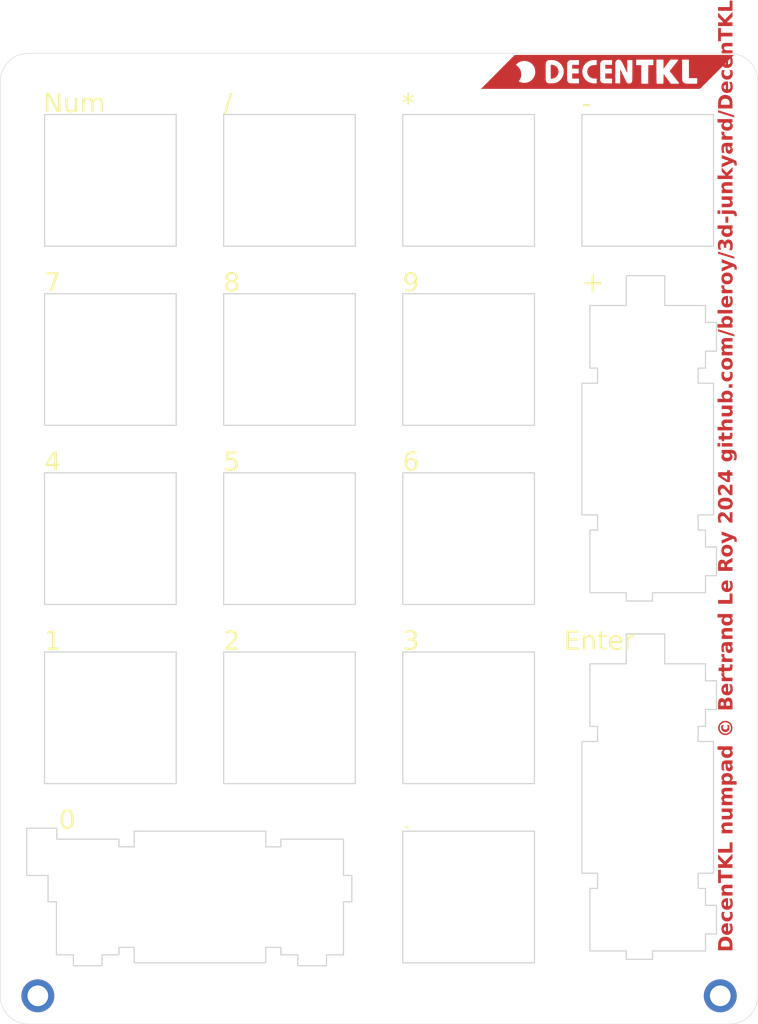
<source format=kicad_pcb>
(kicad_pcb (version 20240108) (generator "pcbnew") (generator_version "8.0")
  (layers (0 "F.Cu" signal) (31 "B.Cu" signal) (34 "B.Paste" user) (35 "F.Paste" user) (36 "B.SilkS" user "B.Silkscreen") (37 "F.SilkS" user "F.Silkscreen") (38 "B.Mask" user) (39 "F.Mask" user) (44 "Edge.Cuts" user))
  (net 0 "")
  (footprint "DecenTKL:MX-1-00U-Hole" (layer "F.Cu") (at 60.4345 107.99)
    (property "Reference" "SW9" (hide yes))
    (property "Value" "SW_Push" (hide yes))
    (fp_line (start -7 -7) (end -7 7) (stroke (width 0.12)) (layer "Edge.Cuts"))
    (fp_line (start -7 -7) (end 7 -7) (stroke (width 0.12)) (layer "Edge.Cuts"))
    (fp_line (start -7 7) (end 7 7) (stroke (width 0.12)) (layer "Edge.Cuts"))
    (fp_line (start 7 -7) (end 7 7) (stroke (width 0.12)) (layer "Edge.Cuts"))
  )
  (footprint "DecenTKL:MX-1-00U-Hole" (layer "F.Cu") (at 79.4845 127.04)
    (property "Reference" "SW12" (hide yes))
    (property "Value" "SW_Push" (hide yes))
    (fp_line (start -7 -7) (end -7 7) (stroke (width 0.12)) (layer "Edge.Cuts"))
    (fp_line (start -7 -7) (end 7 -7) (stroke (width 0.12)) (layer "Edge.Cuts"))
    (fp_line (start -7 7) (end 7 7) (stroke (width 0.12)) (layer "Edge.Cuts"))
    (fp_line (start 7 -7) (end 7 7) (stroke (width 0.12)) (layer "Edge.Cuts"))
  )
  (footprint "DecenTKL:MX-1-00U-Hole" (layer "F.Cu") (at 98.5345 107.99)
    (property "Reference" "SW11" (hide yes))
    (property "Value" "SW_Push" (hide yes))
    (fp_line (start -7 -7) (end -7 7) (stroke (width 0.12)) (layer "Edge.Cuts"))
    (fp_line (start -7 -7) (end 7 -7) (stroke (width 0.12)) (layer "Edge.Cuts"))
    (fp_line (start -7 7) (end 7 7) (stroke (width 0.12)) (layer "Edge.Cuts"))
    (fp_line (start 7 -7) (end 7 7) (stroke (width 0.12)) (layer "Edge.Cuts"))
  )
  (footprint "DecenTKL:MX-1-00U-Hole" (layer "F.Cu") (at 98.5345 88.94)
    (property "Reference" "SW6" (hide yes))
    (property "Value" "SW_Push" (hide yes))
    (fp_line (start -7 -7) (end -7 7) (stroke (width 0.12)) (layer "Edge.Cuts"))
    (fp_line (start -7 -7) (end 7 -7) (stroke (width 0.12)) (layer "Edge.Cuts"))
    (fp_line (start -7 7) (end 7 7) (stroke (width 0.12)) (layer "Edge.Cuts"))
    (fp_line (start 7 -7) (end 7 7) (stroke (width 0.12)) (layer "Edge.Cuts"))
  )
  (footprint "DecenTKL:MX-1-00U-Hole" (layer "F.Cu") (at 117.5845 88.94)
    (property "Reference" "SW7" (hide yes))
    (property "Value" "SW_Push" (hide yes))
    (fp_line (start -7 -7) (end -7 7) (stroke (width 0.12)) (layer "Edge.Cuts"))
    (fp_line (start -7 -7) (end 7 -7) (stroke (width 0.12)) (layer "Edge.Cuts"))
    (fp_line (start -7 7) (end 7 7) (stroke (width 0.12)) (layer "Edge.Cuts"))
    (fp_line (start 7 -7) (end 7 7) (stroke (width 0.12)) (layer "Edge.Cuts"))
  )
  (footprint "DecenTKL:MX-1-00U-Hole" (layer "F.Cu") (at 98.5345 165.14)
    (property "Reference" "SW20" (hide yes))
    (property "Value" "SW_Push" (hide yes))
    (fp_line (start -7 -7) (end -7 7) (stroke (width 0.12)) (layer "Edge.Cuts"))
    (fp_line (start -7 -7) (end 7 -7) (stroke (width 0.12)) (layer "Edge.Cuts"))
    (fp_line (start -7 7) (end 7 7) (stroke (width 0.12)) (layer "Edge.Cuts"))
    (fp_line (start 7 -7) (end 7 7) (stroke (width 0.12)) (layer "Edge.Cuts"))
  )
  (footprint "DecenTKL:MX-1-00U-Hole" (layer "F.Cu") (at 60.4345 146.09)
    (property "Reference" "SW18" (hide yes))
    (property "Value" "SW_Push" (hide yes))
    (fp_line (start -7 -7) (end -7 7) (stroke (width 0.12)) (layer "Edge.Cuts"))
    (fp_line (start -7 -7) (end 7 -7) (stroke (width 0.12)) (layer "Edge.Cuts"))
    (fp_line (start -7 7) (end 7 7) (stroke (width 0.12)) (layer "Edge.Cuts"))
    (fp_line (start 7 -7) (end 7 7) (stroke (width 0.12)) (layer "Edge.Cuts"))
  )
  (footprint "DecenTKL:MX-1-00U-Hole" (layer "F.Cu") (at 60.4345 88.94)
    (property "Reference" "SW4" (hide yes))
    (property "Value" "SW_Push" (hide yes))
    (fp_line (start -7 -7) (end -7 7) (stroke (width 0.12)) (layer "Edge.Cuts"))
    (fp_line (start -7 -7) (end 7 -7) (stroke (width 0.12)) (layer "Edge.Cuts"))
    (fp_line (start -7 7) (end 7 7) (stroke (width 0.12)) (layer "Edge.Cuts"))
    (fp_line (start 7 -7) (end 7 7) (stroke (width 0.12)) (layer "Edge.Cuts"))
  )
  (footprint "DecenTKL:MX-1-00U-Hole" (layer "F.Cu") (at 79.4845 107.99)
    (property "Reference" "SW10" (hide yes))
    (property "Value" "SW_Push" (hide yes))
    (fp_line (start -7 -7) (end -7 7) (stroke (width 0.12)) (layer "Edge.Cuts"))
    (fp_line (start -7 -7) (end 7 -7) (stroke (width 0.12)) (layer "Edge.Cuts"))
    (fp_line (start -7 7) (end 7 7) (stroke (width 0.12)) (layer "Edge.Cuts"))
    (fp_line (start 7 -7) (end 7 7) (stroke (width 0.12)) (layer "Edge.Cuts"))
  )
  (footprint "DecenTKL:MX-1-00U-Hole" (layer "F.Cu") (at 98.5345 127.04)
    (property "Reference" "SW13" (hide yes))
    (property "Value" "SW_Push" (hide yes))
    (fp_line (start -7 -7) (end -7 7) (stroke (width 0.12)) (layer "Edge.Cuts"))
    (fp_line (start -7 -7) (end 7 -7) (stroke (width 0.12)) (layer "Edge.Cuts"))
    (fp_line (start -7 7) (end 7 7) (stroke (width 0.12)) (layer "Edge.Cuts"))
    (fp_line (start 7 -7) (end 7 7) (stroke (width 0.12)) (layer "Edge.Cuts"))
  )
  (footprint "DecenTKL:MX-1-00U-Hole" (layer "F.Cu") (at 60.4345 127.04)
    (property "Reference" "SW15" (hide yes))
    (property "Value" "SW_Push" (hide yes))
    (fp_line (start -7 -7) (end -7 7) (stroke (width 0.12)) (layer "Edge.Cuts"))
    (fp_line (start -7 -7) (end 7 -7) (stroke (width 0.12)) (layer "Edge.Cuts"))
    (fp_line (start -7 7) (end 7 7) (stroke (width 0.12)) (layer "Edge.Cuts"))
    (fp_line (start 7 -7) (end 7 7) (stroke (width 0.12)) (layer "Edge.Cuts"))
  )
  (footprint "MountingHole:MountingHole_2.2mm_M2_ISO7380_Pad" (layer "F.Cu") (at 52.7187 175.65)
    (property "Reference" "REF**" (hide yes))
    (property "Value" "MountingHole_2.2mm_M2_ISO7380_Pad" (hide yes))
    (pad "1" thru_hole circle (at 0 0) (size 3.5 3.5) (drill 2.2) (layers "*.Cu" "*.Mask"))
  )
  (footprint "DecenTKL:MX-1-00U-Hole" (layer "F.Cu") (at 79.4845 146.09)
    (property "Reference" "SW14" (hide yes))
    (property "Value" "SW_Push" (hide yes))
    (fp_line (start -7 -7) (end -7 7) (stroke (width 0.12)) (layer "Edge.Cuts"))
    (fp_line (start -7 -7) (end 7 -7) (stroke (width 0.12)) (layer "Edge.Cuts"))
    (fp_line (start -7 7) (end 7 7) (stroke (width 0.12)) (layer "Edge.Cuts"))
    (fp_line (start 7 -7) (end 7 7) (stroke (width 0.12)) (layer "Edge.Cuts"))
  )
  (footprint "DecenTKL:MX-1-00U-Hole" (layer "F.Cu") (at 79.4845 88.94)
    (property "Reference" "SW5" (hide yes))
    (property "Value" "SW_Push" (hide yes))
    (fp_line (start -7 -7) (end -7 7) (stroke (width 0.12)) (layer "Edge.Cuts"))
    (fp_line (start -7 -7) (end 7 -7) (stroke (width 0.12)) (layer "Edge.Cuts"))
    (fp_line (start -7 7) (end 7 7) (stroke (width 0.12)) (layer "Edge.Cuts"))
    (fp_line (start 7 -7) (end 7 7) (stroke (width 0.12)) (layer "Edge.Cuts"))
  )
  (footprint "LOGO" (layer "F.Cu") (at 113.3 77.4)
    (property "Reference" "G***" (hide yes))
    (property "Value" "LOGO" (hide yes))
    (fp_poly (pts (xy -5.89673 -0.753052) (xy -5.748617 -0.728195) (xy -5.61124 -0.673977) (xy -5.487922 -0.594462) (xy -5.381985 -0.493714) (xy -5.296755 -0.375797) (xy -5.235553 -0.244776) (xy -5.201704 -0.104715) (xy -5.198531 0.04032) (xy -5.205432 0.092363) (xy -5.24506 0.229067) (xy -5.312507 0.361788) (xy -5.402019 0.482604) (xy -5.507843 0.583593) (xy -5.610441 0.650051) (xy -5.682603 0.680278) (xy -5.76671 0.70552) (xy -5.852884 0.723881) (xy -5.931244 0.733462) (xy -5.991912 0.732364) (xy -6.012432 0.727257) (xy -6.018064 0.717488) (xy -6.02272 0.691429) (xy -6.026476 0.646508) (xy -6.029407 0.580157) (xy -6.031589 0.489804) (xy -6.033098 0.37288) (xy -6.034009 0.226813) (xy -6.034396 0.049036) (xy -6.034424 -0.021319) (xy -6.034424 -0.761023)) (fill solid) (layer "F.Cu"))
    (fp_poly (pts (xy 11.646614 0.008796) (xy 9.843388 1.812086) (xy -1.803186 1.812086) (xy -13.449761 1.812086) (xy -12.631762 0.989609) (xy -12.474939 0.831942) (xy -12.29798 0.654054) (xy -12.105577 0.46066) (xy -11.902419 0.256475) (xy -11.693199 0.046211) (xy -11.482605 -0.165416) (xy -11.27533 -0.373693) (xy -11.076064 -0.573907) (xy -10.934847 -0.715781) (xy -9.726217 -0.715781) (xy -9.710668 -0.703894) (xy -9.706656 -0.703722) (xy -9.67688 -0.691396) (xy -9.630082 -0.658) (xy -9.572448 -0.608911) (xy -9.510163 -0.549507) (xy -9.449414 -0.485164) (xy -9.4313 -0.4644) (xy -9.322502 -0.310904) (xy -9.242297 -0.141977) (xy -9.190905 0.037544) (xy -9.168548 0.222827) (xy -9.175445 0.409033) (xy -9.211816 0.591326) (xy -9.277881 0.76487) (xy -9.368435 0.91735) (xy -9.401034 0.963668) (xy -9.423316 0.997132) (xy -9.429887 1.009036) (xy -9.414549 1.021693) (xy -9.37383 1.04243) (xy -9.315672 1.068026) (xy -9.248016 1.095262) (xy -9.178802 1.120918) (xy -9.115972 1.141772) (xy -9.0747 1.153054) (xy -8.97872 1.166894) (xy -8.862242 1.171648) (xy -8.738628 1.167778) (xy -8.621244 1.155752) (xy -8.523456 1.136032) (xy -8.515047 1.133588) (xy -8.325193 1.058521) (xy -8.154115 0.954292) (xy -8.003944 0.822745) (xy -7.876809 0.665717) (xy -7.782241 0.500783) (xy -7.715231 0.321939) (xy -7.679775 0.136088) (xy -7.675392 -0.029519) (xy -6.571013 -0.029519) (xy -6.571012 0.008796) (xy -6.57099 0.211472) (xy -6.570844 0.382028) (xy -6.570449 0.523526) (xy -6.569687 0.639035) (xy -6.568434 0.731617) (xy -6.566569 0.804339) (xy -6.56397 0.860264) (xy -6.560515 0.902459) (xy -6.556083 0.933988) (xy -6.550551 0.957916) (xy -6.543798 0.97731) (xy -6.535702 0.995232) (xy -6.531472 1.003868) (xy -6.496686 1.063052) (xy -6.455919 1.117098) (xy -6.441092 1.132809) (xy -6.401964 1.166418) (xy -6.360652 1.191473) (xy -6.311532 1.209033) (xy -6.248984 1.220159) (xy -6.167382 1.225906) (xy -6.061104 1.227335) (xy -5.946458 1.225932) (xy -5.830908 1.223324) (xy -5.742925 1.219836) (xy -5.674889 1.214567) (xy -5.61918 1.206616) (xy -5.568177 1.195084) (xy -5.514262 1.179072) (xy -5.49406 1.172496) (xy -5.315193 1.095404) (xy -5.149638 0.988244) (xy -5.001075 0.85479) (xy -4.873182 0.698813) (xy -4.769638 0.524089) (xy -4.702521 0.360657) (xy -4.682247 0.295004) (xy -4.668665 0.236192) (xy -4.660432 0.17385) (xy -4.6562 0.097609) (xy -4.656111 0.091913) (xy -4.293218 0.091913) (xy -4.293123 0.250997) (xy -4.292376 0.403235) (xy -4.290963 0.544423) (xy -4.288865 0.670358) (xy -4.286067 0.776838) (xy -4.28255 0.859659) (xy -4.2783 0.914618) (xy -4.275204 0.933159) (xy -4.237086 1.018705) (xy -4.175128 1.100841) (xy -4.125594 1.146676) (xy -4.091152 1.170368) (xy -4.051856 1.189174) (xy -4.003384 1.203646) (xy -3.941408 1.214336) (xy -3.861604 1.221797) (xy -3.759648 1.22658) (xy -3.631212 1.229238) (xy -3.471973 1.230322) (xy -3.470233 1.230327) (xy -3.026008 1.231514) (xy -3.026008 0.976415) (xy -3.026008 0.721315) (xy -3.386666 0.721315) (xy -3.747324 0.721315) (xy -3.747324 0.448623) (xy -3.747324 0.175929) (xy -3.404259 0.175929) (xy -3.061194 0.175929) (xy -3.061194 -0.079168) (xy -3.061194 -0.121262) (xy -2.669145 -0.121262) (xy -2.66882 0.035185) (xy -2.642433 0.244388) (xy -2.584724 0.441181) (xy -2.497276 0.622699) (xy -2.381678 0.786074) (xy -2.239513 0.928443) (xy -2.128584 1.011719) (xy -1.984815 1.097131) (xy -1.84223 1.15923) (xy -1.692188 1.200469) (xy -1.526047 1.2233) (xy -1.359064 1.230116) (xy -1.143548 1.231514) (xy -1.143548 0.976415) (xy -1.143548 0.721315) (xy -1.315784 0.721315) (xy -1.486346 0.712018) (xy -1.632166 0.682903) (xy -1.758743 0.632136) (xy -1.871577 0.557884) (xy -1.913068 0.522144) (xy -2.01903 0.403113) (xy -2.092859 0.270171) (xy -2.135034 0.122209) (xy -2.146355 -0.017212) (xy -2.132652 -0.172121) (xy -2.090617 -0.307755) (xy -2.018859 -0.427475) (xy -1.941498 -0.511837) (xy -1.910966 -0.53816) (xy -0.772495 -0.53816) (xy -0.77231 -0.40544) (xy -0.771679 -0.244788) (xy -0.7707 -0.053123) (xy -0.770293 0.022241) (xy -0.765298 0.941228) (xy -0.716849 1.023646) (xy -0.682067 1.077852) (xy -0.645278 1.121705) (xy -0.602451 1.156291) (xy -0.549556 1.182699) (xy -0.482563 1.202018) (xy -0.39744 1.215337) (xy -0.290156 1.223744) (xy -0.156681 1.228327) (xy 0.007014 1.230176) (xy 0.04838 1.230327) (xy 0.492605 1.231514) (xy 0.492605 0.976415) (xy 0.492605 0.721315) (xy 0.131948 0.721315) (xy -0.228709 0.721315) (xy -0.228709 0.448623) (xy -0.228709 0.175929) (xy 0.114355 0.175929) (xy 0.45742 0.175929) (xy 0.45742 -0.079168) (xy 0.45742 -0.334268) (xy 0.114355 -0.334268) (xy -0.228709 -0.334268) (xy -0.228709 -0.536588) (xy -0.228709 -0.738908) (xy 0.131948 -0.738908) (xy 0.492605 -0.738908) (xy 0.492605 -0.994008) (xy 0.83567 -0.994008) (xy 0.83567 0.114354) (xy 0.83567 1.222717) (xy 1.094979 1.227585) (xy 1.354288 1.232452) (xy 1.358875 0.481945) (xy 1.363462 -0.268562) (xy 1.669975 0.371519) (xy 1.753601 0.545865) (xy 1.823737 0.691275) (xy 1.881902 0.810633) (xy 1.929612 0.906826) (xy 1.968386 0.982742) (xy 1.999743 1.041267) (xy 2.0252 1.085286) (xy 2.046276 1.117689) (xy 2.064489 1.14136) (xy 2.081358 1.159188) (xy 2.086934 1.164322) (xy 2.175696 1.221212) (xy 2.276003 1.247158) (xy 2.380652 1.24099) (xy 2.441363 1.221878) (xy 2.537433 1.163843) (xy 2.609171 1.080572) (xy 2.61864 1.06438) (xy 2.624561 1.050929) (xy 2.629667 1.031872) (xy 2.634031 1.004592) (xy 2.63773 0.966477) (xy 2.640839 0.914915) (xy 2.643434 0.847292) (xy 2.64559 0.760992) (xy 2.647382 0.653405) (xy 2.648886 0.521917) (xy 2.650177 0.363913) (xy 2.651331 0.176782) (xy 2.652422 -0.042091) (xy 2.652768 -0.118752) (xy 2.656688 -1.002805) (xy 3.052397 -1.002805) (xy 3.052397 -0.712519) (xy 3.320692 -0.707663) (xy 3.588986 -0.702806) (xy 3.588986 0.247916) (xy 3.589338 0.489809) (xy 3.59039 0.698237) (xy 3.592137 0.872928) (xy 3.594574 1.013608) (xy 3.597696 1.120005) (xy 3.601497 1.191848) (xy 3.605973 1.228861) (xy 3.607392 1.233032) (xy 3.615385 1.244665) (xy 3.628309 1.253233) (xy 3.650912 1.259113) (xy 3.687948 1.262683) (xy 3.744166 1.264318) (xy 3.824319 1.264396) (xy 3.933155 1.263291) (xy 3.981244 1.262664) (xy 4.336692 1.257904) (xy 4.341238 0.277548) (xy 4.34578 -0.702088) (xy 5.208015 -0.702088) (xy 5.208181 -0.540751) (xy 5.208656 -0.369011) (xy 5.20942 -0.190328) (xy 5.210447 -0.008165) (xy 5.211717 0.174016) (xy 5.213208 0.352759) (xy 5.214896 0.5246) (xy 5.216761 0.686078) (xy 5.21878 0.833732) (xy 5.22093 0.964102) (xy 5.22319 1.073727) (xy 5.225536 1.159144) (xy 5.227948 1.216896) (xy 5.230402 1.243518) (xy 5.230828 1.244709) (xy 5.245821 1.252787) (xy 5.281374 1.258814) (xy 5.340833 1.262995) (xy 5.427548 1.26553) (xy 5.544866 1.266622) (xy 5.595635 1.2667) (xy 5.70271 1.26649) (xy 5.796972 1.265904) (xy 5.873074 1.265009) (xy 5.925664 1.263871) (xy 5.949392 1.262556) (xy 5.950188 1.262302) (xy 5.951444 1.24429) (xy 5.953179 1.195496) (xy 5.95528 1.12032) (xy 5.957637 1.02316) (xy 5.960138 0.908416) (xy 5.962672 0.780489) (xy 5.963383 0.74226) (xy 5.972848 0.226617) (xy 6.359002 0.746659) (xy 6.745156 1.2667) (xy 7.161731 1.2667) (xy 7.295932 1.266425) (xy 7.399204 1.26542) (xy 7.475795 1.263416) (xy 7.529957 1.260144) (xy 7.565944 1.255334) (xy 7.588005 1.24872) (xy 7.600394 1.240028) (xy 7.601392 1.238882) (xy 7.615589 1.211328) (xy 7.605095 1.180212) (xy 7.601241 1.173852) (xy 7.585635 1.15244) (xy 7.550568 1.106512) (xy 7.498431 1.039132) (xy 7.431612 0.953363) (xy 7.352505 0.852269) (xy 7.263497 0.738916) (xy 7.166979 0.616364) (xy 7.111699 0.546329) (xy 7.01248 0.420723) (xy 6.919716 0.303283) (xy 6.835741 0.196968) (xy 6.762897 0.10474) (xy 6.70352 0.029559) (xy 6.65995 -0.025612) (xy 6.634524 -0.057817) (xy 6.629054 -0.064752) (xy 6.633663 -0.081847) (xy 6.657734 -0.121117) (xy 6.701852 -0.18334) (xy 6.702897 -0.184727) (xy 7.943272 -0.184727) (xy 7.943288 0.040008) (xy 7.943394 0.232284) (xy 7.94368 0.394827) (xy 7.944234 0.530361) (xy 7.945147 0.641614) (xy 7.946505 0.731312) (xy 7.9484 0.802179) (xy 7.95092 0.856944) (xy 7.954153 0.89833) (xy 7.958188 0.929065) (xy 7.963116 0.951876) (xy 7.969025 0.969488) (xy 7.976004 0.984626) (xy 7.98182 0.995673) (xy 8.055318 1.096583) (xy 8.154674 1.17572) (xy 8.276326 1.230612) (xy 8.346272 1.248568) (xy 8.389153 1.253623) (xy 8.458742 1.257762) (xy 8.549945 1.260996) (xy 8.657672 1.26334) (xy 8.77683 1.264805) (xy 8.902328 1.265404) (xy 9.029076 1.265152) (xy 9.15198 1.264059) (xy 9.265948 1.262139) (xy 9.365892 1.259404) (xy 9.446716 1.255868) (xy 9.503332 1.251544) (xy 9.530648 1.246444) (xy 9.531926 1.245588) (xy 9.538995 1.221683) (xy 9.54488 1.170345) (xy 9.549438 1.099315) (xy 9.55252 1.016329) (xy 9.553977 0.929129) (xy 9.553666 0.845452) (xy 9.551437 0.773037) (xy 9.547144 0.719624) (xy 9.54236 0.696364) (xy 9.535352 0.687583) (xy 9.519195 0.680835) (xy 9.48981 0.675863) (xy 9.443117 0.672408) (xy 9.375039 0.670213) (xy 9.281493 0.669018) (xy 9.158403 0.668566) (xy 9.10268 0.668536) (xy 8.67368 0.668536) (xy 8.669134 -0.312276) (xy 8.664588 -1.293091) (xy 8.30393 -1.293091) (xy 7.943272 -1.293091) (xy 7.943272 -0.184727) (xy 6.702897 -0.184727) (xy 6.766598 -0.26929) (xy 6.852557 -0.379745) (xy 6.960311 -0.515481) (xy 7.07174 -0.654121) (xy 7.202716 -0.817296) (xy 7.311007 -0.954257) (xy 7.396924 -1.06542) (xy 7.460779 -1.1512) (xy 7.502886 -1.212014) (xy 7.523557 -1.248276) (xy 7.525903 -1.257904) (xy 7.522968 -1.269065) (xy 7.514823 -1.27765) (xy 7.497232 -1.284061) (xy 7.465965 -1.288704) (xy 7.416788 -1.29198) (xy 7.345468 -1.294295) (xy 7.24777 -1.296051) (xy 7.119464 -1.297652) (xy 7.107601 -1.297788) (xy 6.694164 -1.302484) (xy 6.329108 -0.815292) (xy 5.964051 -0.328101) (xy 5.964051 -0.787165) (xy 5.963655 -0.911941) (xy 5.962538 -1.025962) (xy 5.96081 -1.124237) (xy 5.958582 -1.201776) (xy 5.955961 -1.253588) (xy 5.953372 -1.274058) (xy 5.945779 -1.283577) (xy 5.928339 -1.290687) (xy 5.89659 -1.295723) (xy 5.846067 -1.299022) (xy 5.772308 -1.30092) (xy 5.67085 -1.301756) (xy 5.584253 -1.301888) (xy 5.225812 -1.301888) (xy 5.214758 -1.257843) (xy 5.212601 -1.231601) (xy 5.210888 -1.174192) (xy 5.209594 -1.089075) (xy 5.2087 -0.979711) (xy 5.20818 -0.849561) (xy 5.208015 -0.702088) (xy 4.34578 -0.702088) (xy 4.345784 -0.702808) (xy 4.61393 -0.707664) (xy 4.882077 -0.712519) (xy 4.882077 -1.002805) (xy 4.882077 -1.293091) (xy 3.967238 -1.293091) (xy 3.052397 -1.293091) (xy 3.052397 -1.002805) (xy 2.656688 -1.002805) (xy 2.657781 -1.249108) (xy 2.384679 -1.249108) (xy 2.111577 -1.249108) (xy 2.106974 -0.563705) (xy 2.102372 0.121696) (xy 1.820883 -0.470167) (xy 1.75523 -0.6073) (xy 1.69242 -0.73678) (xy 1.634473 -0.854568) (xy 1.583408 -0.956629) (xy 1.541243 -1.038927) (xy 1.51 -1.097424) (xy 1.491754 -1.128004) (xy 1.420755 -1.202412) (xy 1.333587 -1.257132) (xy 1.238944 -1.288745) (xy 1.145523 -1.293828) (xy 1.096315 -1.283595) (xy 1.005074 -1.242654) (xy 0.937387 -1.183292) (xy 0.884288 -1.097517) (xy 0.881865 -1.092413) (xy 0.83567 -0.994008) (xy 0.492605 -0.994008) (xy 0.492605 -1.249108) (xy 0.025824 -1.249108) (xy -0.125916 -1.248669) (xy -0.246285 -1.247235) (xy -0.339091 -1.244626) (xy -0.408139 -1.240664) (xy -0.457234 -1.23517) (xy -0.490183 -1.227965) (xy -0.500024 -1.224428) (xy -0.583017 -1.174777) (xy -0.66054 -1.101962) (xy -0.721184 -1.017501) (xy -0.737402 -0.984813) (xy -0.745777 -0.96464) (xy -0.752798 -0.9443) (xy -0.758566 -0.92071) (xy -0.763181 -0.890785) (xy -0.766744 -0.85144) (xy -0.769356 -0.799591) (xy -0.771119 -0.732151) (xy -0.772131 -0.646036) (xy -0.772495 -0.53816) (xy -1.910966 -0.53816) (xy -1.857657 -0.584121) (xy -1.778375 -0.637353) (xy -1.695327 -0.674628) (xy -1.600184 -0.69904) (xy -1.48462 -0.713682) (xy -1.381056 -0.720046) (xy -1.152345 -0.730112) (xy -1.147477 -0.98961) (xy -1.142608 -1.249108) (xy -1.353046 -1.249108) (xy -1.459442 -1.24651) (xy -1.56423 -1.23942) (xy -1.654054 -1.228891) (xy -1.689832 -1.222529) (xy -1.892471 -1.163073) (xy -2.07706 -1.074552) (xy -2.241431 -0.958618) (xy -2.383412 -0.816928) (xy -2.500835 -0.651131) (xy -2.543763 -0.571775) (xy -2.609611 -0.419359) (xy -2.650531 -0.273427) (xy -2.669145 -0.121262) (xy -3.061194 -0.121262) (xy -3.061194 -0.334268) (xy -3.404259 -0.334268) (xy -3.747324 -0.334268) (xy -3.747324 -0.536588) (xy -3.747324 -0.738908) (xy -3.386666 -0.738908) (xy -3.026008 -0.738908) (xy -3.026008 -0.995028) (xy -3.026008 -1.251146) (xy -3.514216 -1.245728) (xy -4.002424 -1.240311) (xy -4.075792 -1.192595) (xy -4.16782 -1.114644) (xy -4.238702 -1.017689) (xy -4.267608 -0.95446) (xy -4.272604 -0.922888) (xy -4.277101 -0.860336) (xy -4.281084 -0.771008) (xy -4.284535 -0.659104) (xy -4.287436 -0.528832) (xy -4.289772 -0.38439) (xy -4.291526 -0.229983) (xy -4.292681 -0.069814) (xy -4.293218 0.091913) (xy -4.656111 0.091913) (xy -4.654624 -0.002902) (xy -4.654592 -0.008796) (xy -4.654811 -0.10818) (xy -4.657613 -0.182927) (xy -4.664363 -0.243564) (xy -4.676424 -0.300619) (xy -4.69516 -0.36462) (xy -4.704426 -0.39329) (xy -4.783756 -0.579936) (xy -4.892857 -0.750912) (xy -5.028346 -0.902333) (xy -5.186839 -1.030316) (xy -5.334082 -1.116276) (xy -5.444762 -1.166411) (xy -5.549464 -1.202816) (xy -5.657355 -1.22734) (xy -5.777603 -1.241833) (xy -5.919375 -1.248142) (xy -5.991385 -1.248803) (xy -6.091244 -1.248499) (xy -6.163596 -1.246617) (xy -6.216112 -1.242138) (xy -6.256466 -1.234038) (xy -6.292332 -1.221296) (xy -6.329668 -1.203743) (xy -6.391422 -1.165652) (xy -6.447847 -1.118874) (xy -6.470728 -1.093785) (xy -6.492295 -1.065843) (xy -6.510526 -1.040208) (xy -6.525701 -1.013801) (xy -6.5381 -0.98354) (xy -6.548004 -0.946345) (xy -6.555692 -0.899136) (xy -6.561446 -0.838832) (xy -6.565544 -0.762353) (xy -6.568267 -0.666619) (xy -6.569895 -0.548549) (xy -6.570708 -0.405062) (xy -6.570988 -0.233079) (xy -6.571013 -0.029519) (xy -7.675392 -0.029519) (xy -7.674789 -0.052277) (xy -7.699189 -0.238666) (xy -7.751891 -0.418588) (xy -7.831809 -0.587548) (xy -7.93786 -0.741056) (xy -8.068959 -0.874619) (xy -8.125052 -0.91916) (xy -8.300216 -1.028211) (xy -8.484921 -1.105071) (xy -8.675801 -1.149448) (xy -8.869488 -1.161052) (xy -9.062612 -1.139591) (xy -9.251809 -1.084772) (xy -9.377606 -1.027712) (xy -9.44876 -0.98588) (xy -9.519382 -0.936654) (xy -9.585522 -0.883924) (xy -9.643226 -0.83158) (xy -9.688544 -0.783516) (xy -9.717526 -0.743619) (xy -9.726217 -0.715781) (xy -10.934847 -0.715781) (xy -10.889497 -0.761342) (xy -10.837398 -0.81368) (xy -9.861035 -1.794492) (xy 1.794402 -1.794492) (xy 13.44984 -1.794492)) (fill solid) (layer "F.Cu"))
  )
  (footprint "DecenTKL:MX-2-00U-Hole" (layer "F.Cu") (at 69.9595 165.14)
    (property "Reference" "SW19" (hide yes))
    (property "Value" "SW_Push" (hide yes))
    (fp_line (start -18.425 -7.31) (end -15.225 -7.31) (stroke (width 0.12)) (layer "Edge.Cuts"))
    (fp_line (start -18.425 -2.286) (end -18.425 -7.31) (stroke (width 0.12)) (layer "Edge.Cuts"))
    (fp_line (start -16.1544 -2.286) (end -18.425 -2.286) (stroke (width 0.12)) (layer "Edge.Cuts"))
    (fp_line (start -16.1544 -2.286) (end -16.1544 0.508) (stroke (width 0.12)) (layer "Edge.Cuts"))
    (fp_line (start -15.268 0.508) (end -16.1544 0.508) (stroke (width 0.12)) (layer "Edge.Cuts"))
    (fp_line (start -15.268 0.508) (end -15.268 6.1468) (stroke (width 0.12)) (layer "Edge.Cuts"))
    (fp_line (start -15.225 -7.31) (end -15.225 -6.1468) (stroke (width 0.12)) (layer "Edge.Cuts"))
    (fp_line (start -13.462 6.1468) (end -15.268 6.1468) (stroke (width 0.12)) (layer "Edge.Cuts"))
    (fp_line (start -13.462 6.1468) (end -13.462 7.3152) (stroke (width 0.12)) (layer "Edge.Cuts"))
    (fp_line (start -10.414 6.1468) (end -10.414 7.3152) (stroke (width 0.12)) (layer "Edge.Cuts"))
    (fp_line (start -10.414 7.3152) (end -13.462 7.3152) (stroke (width 0.12)) (layer "Edge.Cuts"))
    (fp_line (start -8.6132 -6.1468) (end -15.225 -6.1468) (stroke (width 0.12)) (layer "Edge.Cuts"))
    (fp_line (start -8.6132 -6.1468) (end -8.6132 -5.334) (stroke (width 0.12)) (layer "Edge.Cuts"))
    (fp_line (start -8.6132 -5.334) (end -7 -5.334) (stroke (width 0.12)) (layer "Edge.Cuts"))
    (fp_line (start -8.6132 5.3594) (end -7 5.3594) (stroke (width 0.12)) (layer "Edge.Cuts"))
    (fp_line (start -8.6132 6.1468) (end -10.414 6.1468) (stroke (width 0.12)) (layer "Edge.Cuts"))
    (fp_line (start -8.6132 6.1468) (end -8.6132 5.3594) (stroke (width 0.12)) (layer "Edge.Cuts"))
    (fp_line (start -7 -7) (end -7 -5.334) (stroke (width 0.12)) (layer "Edge.Cuts"))
    (fp_line (start -7 -7) (end 7 -7) (stroke (width 0.12)) (layer "Edge.Cuts"))
    (fp_line (start -7 7) (end -7 5.3594) (stroke (width 0.12)) (layer "Edge.Cuts"))
    (fp_line (start -7 7) (end 7 7) (stroke (width 0.12)) (layer "Edge.Cuts"))
    (fp_line (start 7 -7) (end 7 -5.334) (stroke (width 0.12)) (layer "Edge.Cuts"))
    (fp_line (start 7 7) (end 7 5.3594) (stroke (width 0.12)) (layer "Edge.Cuts"))
    (fp_line (start 8.6132 -6.1468) (end 8.6132 -5.334) (stroke (width 0.12)) (layer "Edge.Cuts"))
    (fp_line (start 8.6132 -6.1468) (end 15.268 -6.1468) (stroke (width 0.12)) (layer "Edge.Cuts"))
    (fp_line (start 8.6132 -5.334) (end 7 -5.334) (stroke (width 0.12)) (layer "Edge.Cuts"))
    (fp_line (start 8.6132 5.3594) (end 7 5.3594) (stroke (width 0.12)) (layer "Edge.Cuts"))
    (fp_line (start 8.6132 6.1468) (end 8.6132 5.3594) (stroke (width 0.12)) (layer "Edge.Cuts"))
    (fp_line (start 8.6132 6.1468) (end 10.414 6.1468) (stroke (width 0.12)) (layer "Edge.Cuts"))
    (fp_line (start 10.414 6.1468) (end 10.414 7.3152) (stroke (width 0.12)) (layer "Edge.Cuts"))
    (fp_line (start 10.414 7.3152) (end 13.462 7.3152) (stroke (width 0.12)) (layer "Edge.Cuts"))
    (fp_line (start 13.462 6.1468) (end 13.462 7.3152) (stroke (width 0.12)) (layer "Edge.Cuts"))
    (fp_line (start 13.462 6.1468) (end 15.268 6.1468) (stroke (width 0.12)) (layer "Edge.Cuts"))
    (fp_line (start 15.268 -6.1468) (end 15.268 -2.286) (stroke (width 0.12)) (layer "Edge.Cuts"))
    (fp_line (start 15.268 -2.286) (end 16.1544 -2.286) (stroke (width 0.12)) (layer "Edge.Cuts"))
    (fp_line (start 15.268 0.508) (end 15.268 6.1468) (stroke (width 0.12)) (layer "Edge.Cuts"))
    (fp_line (start 15.268 0.508) (end 16.1544 0.508) (stroke (width 0.12)) (layer "Edge.Cuts"))
    (fp_line (start 16.1544 -2.286) (end 16.1544 0.508) (stroke (width 0.12)) (layer "Edge.Cuts"))
  )
  (footprint "DecenTKL:MX-2-00U-Hole-V" (layer "F.Cu") (at 117.5845 155.615001)
    (property "Reference" "SW17" (hide yes))
    (property "Value" "SW_Push" (hide yes))
    (fp_line (start -7 -7) (end -5.334 -7) (stroke (width 0.12)) (layer "Edge.Cuts"))
    (fp_line (start -7 7) (end -7 -7) (stroke (width 0.12)) (layer "Edge.Cuts"))
    (fp_line (start -7 7) (end -5.334 7) (stroke (width 0.12)) (layer "Edge.Cuts"))
    (fp_line (start -6.1468 -15.268) (end -2.286 -15.268) (stroke (width 0.12)) (layer "Edge.Cuts"))
    (fp_line (start -6.1468 -8.6132) (end -6.1468 -15.268) (stroke (width 0.12)) (layer "Edge.Cuts"))
    (fp_line (start -6.1468 -8.6132) (end -5.334 -8.6132) (stroke (width 0.12)) (layer "Edge.Cuts"))
    (fp_line (start -6.1468 8.6132) (end -6.1468 15.268) (stroke (width 0.12)) (layer "Edge.Cuts"))
    (fp_line (start -6.1468 8.6132) (end -5.334 8.6132) (stroke (width 0.12)) (layer "Edge.Cuts"))
    (fp_line (start -6.1468 15.268) (end -2.286 15.268) (stroke (width 0.12)) (layer "Edge.Cuts"))
    (fp_line (start -5.334 -8.6132) (end -5.334 -7) (stroke (width 0.12)) (layer "Edge.Cuts"))
    (fp_line (start -5.334 8.6132) (end -5.334 7) (stroke (width 0.12)) (layer "Edge.Cuts"))
    (fp_line (start -2.286 -18.445) (end 1.806445 -18.445) (stroke (width 0.12)) (layer "Edge.Cuts"))
    (fp_line (start -2.286 -15.268) (end -2.286 -18.445) (stroke (width 0.12)) (layer "Edge.Cuts"))
    (fp_line (start -2.286 15.268) (end -2.286 16.1544) (stroke (width 0.12)) (layer "Edge.Cuts"))
    (fp_line (start -2.286 16.1544) (end 0.508 16.1544) (stroke (width 0.12)) (layer "Edge.Cuts"))
    (fp_line (start 0.508 15.268) (end 0.508 16.1544) (stroke (width 0.12)) (layer "Edge.Cuts"))
    (fp_line (start 0.508 15.268) (end 6.1468 15.268) (stroke (width 0.12)) (layer "Edge.Cuts"))
    (fp_line (start 1.806445 -18.445) (end 1.806445 -15.268) (stroke (width 0.12)) (layer "Edge.Cuts"))
    (fp_line (start 1.806445 -15.268) (end 6.1468 -15.268) (stroke (width 0.12)) (layer "Edge.Cuts"))
    (fp_line (start 5.3594 -8.6132) (end 5.3594 -7) (stroke (width 0.12)) (layer "Edge.Cuts"))
    (fp_line (start 5.3594 8.6132) (end 5.3594 7) (stroke (width 0.12)) (layer "Edge.Cuts"))
    (fp_line (start 6.1468 -13.462) (end 6.1468 -15.268) (stroke (width 0.12)) (layer "Edge.Cuts"))
    (fp_line (start 6.1468 -13.462) (end 7.3152 -13.462) (stroke (width 0.12)) (layer "Edge.Cuts"))
    (fp_line (start 6.1468 -10.414) (end 7.3152 -10.414) (stroke (width 0.12)) (layer "Edge.Cuts"))
    (fp_line (start 6.1468 -8.6132) (end 5.3594 -8.6132) (stroke (width 0.12)) (layer "Edge.Cuts"))
    (fp_line (start 6.1468 -8.6132) (end 6.1468 -10.414) (stroke (width 0.12)) (layer "Edge.Cuts"))
    (fp_line (start 6.1468 8.6132) (end 5.3594 8.6132) (stroke (width 0.12)) (layer "Edge.Cuts"))
    (fp_line (start 6.1468 8.6132) (end 6.1468 10.414) (stroke (width 0.12)) (layer "Edge.Cuts"))
    (fp_line (start 6.1468 10.414) (end 7.3152 10.414) (stroke (width 0.12)) (layer "Edge.Cuts"))
    (fp_line (start 6.1468 13.462) (end 6.1468 15.268) (stroke (width 0.12)) (layer "Edge.Cuts"))
    (fp_line (start 6.1468 13.462) (end 7.3152 13.462) (stroke (width 0.12)) (layer "Edge.Cuts"))
    (fp_line (start 7 -7) (end 5.3594 -7) (stroke (width 0.12)) (layer "Edge.Cuts"))
    (fp_line (start 7 7) (end 5.3594 7) (stroke (width 0.12)) (layer "Edge.Cuts"))
    (fp_line (start 7 7) (end 7 -7) (stroke (width 0.12)) (layer "Edge.Cuts"))
    (fp_line (start 7.3152 -10.414) (end 7.3152 -13.462) (stroke (width 0.12)) (layer "Edge.Cuts"))
    (fp_line (start 7.3152 10.414) (end 7.3152 13.462) (stroke (width 0.12)) (layer "Edge.Cuts"))
  )
  (footprint "DecenTKL:MX-2-00U-Hole-V" (layer "F.Cu") (at 117.5845 117.515001)
    (property "Reference" "SW8" (hide yes))
    (property "Value" "SW_Push" (hide yes))
    (fp_line (start -7 -7) (end -5.334 -7) (stroke (width 0.12)) (layer "Edge.Cuts"))
    (fp_line (start -7 7) (end -7 -7) (stroke (width 0.12)) (layer "Edge.Cuts"))
    (fp_line (start -7 7) (end -5.334 7) (stroke (width 0.12)) (layer "Edge.Cuts"))
    (fp_line (start -6.1468 -15.268) (end -2.286 -15.268) (stroke (width 0.12)) (layer "Edge.Cuts"))
    (fp_line (start -6.1468 -8.6132) (end -6.1468 -15.268) (stroke (width 0.12)) (layer "Edge.Cuts"))
    (fp_line (start -6.1468 -8.6132) (end -5.334 -8.6132) (stroke (width 0.12)) (layer "Edge.Cuts"))
    (fp_line (start -6.1468 8.6132) (end -6.1468 15.268) (stroke (width 0.12)) (layer "Edge.Cuts"))
    (fp_line (start -6.1468 8.6132) (end -5.334 8.6132) (stroke (width 0.12)) (layer "Edge.Cuts"))
    (fp_line (start -6.1468 15.268) (end -2.286 15.268) (stroke (width 0.12)) (layer "Edge.Cuts"))
    (fp_line (start -5.334 -8.6132) (end -5.334 -7) (stroke (width 0.12)) (layer "Edge.Cuts"))
    (fp_line (start -5.334 8.6132) (end -5.334 7) (stroke (width 0.12)) (layer "Edge.Cuts"))
    (fp_line (start -2.286 -18.445) (end 1.806445 -18.445) (stroke (width 0.12)) (layer "Edge.Cuts"))
    (fp_line (start -2.286 -15.268) (end -2.286 -18.445) (stroke (width 0.12)) (layer "Edge.Cuts"))
    (fp_line (start -2.286 15.268) (end -2.286 16.1544) (stroke (width 0.12)) (layer "Edge.Cuts"))
    (fp_line (start -2.286 16.1544) (end 0.508 16.1544) (stroke (width 0.12)) (layer "Edge.Cuts"))
    (fp_line (start 0.508 15.268) (end 0.508 16.1544) (stroke (width 0.12)) (layer "Edge.Cuts"))
    (fp_line (start 0.508 15.268) (end 6.1468 15.268) (stroke (width 0.12)) (layer "Edge.Cuts"))
    (fp_line (start 1.806445 -18.445) (end 1.806445 -15.268) (stroke (width 0.12)) (layer "Edge.Cuts"))
    (fp_line (start 1.806445 -15.268) (end 6.1468 -15.268) (stroke (width 0.12)) (layer "Edge.Cuts"))
    (fp_line (start 5.3594 -8.6132) (end 5.3594 -7) (stroke (width 0.12)) (layer "Edge.Cuts"))
    (fp_line (start 5.3594 8.6132) (end 5.3594 7) (stroke (width 0.12)) (layer "Edge.Cuts"))
    (fp_line (start 6.1468 -13.462) (end 6.1468 -15.268) (stroke (width 0.12)) (layer "Edge.Cuts"))
    (fp_line (start 6.1468 -13.462) (end 7.3152 -13.462) (stroke (width 0.12)) (layer "Edge.Cuts"))
    (fp_line (start 6.1468 -10.414) (end 7.3152 -10.414) (stroke (width 0.12)) (layer "Edge.Cuts"))
    (fp_line (start 6.1468 -8.6132) (end 5.3594 -8.6132) (stroke (width 0.12)) (layer "Edge.Cuts"))
    (fp_line (start 6.1468 -8.6132) (end 6.1468 -10.414) (stroke (width 0.12)) (layer "Edge.Cuts"))
    (fp_line (start 6.1468 8.6132) (end 5.3594 8.6132) (stroke (width 0.12)) (layer "Edge.Cuts"))
    (fp_line (start 6.1468 8.6132) (end 6.1468 10.414) (stroke (width 0.12)) (layer "Edge.Cuts"))
    (fp_line (start 6.1468 10.414) (end 7.3152 10.414) (stroke (width 0.12)) (layer "Edge.Cuts"))
    (fp_line (start 6.1468 13.462) (end 6.1468 15.268) (stroke (width 0.12)) (layer "Edge.Cuts"))
    (fp_line (start 6.1468 13.462) (end 7.3152 13.462) (stroke (width 0.12)) (layer "Edge.Cuts"))
    (fp_line (start 7 -7) (end 5.3594 -7) (stroke (width 0.12)) (layer "Edge.Cuts"))
    (fp_line (start 7 7) (end 5.3594 7) (stroke (width 0.12)) (layer "Edge.Cuts"))
    (fp_line (start 7 7) (end 7 -7) (stroke (width 0.12)) (layer "Edge.Cuts"))
    (fp_line (start 7.3152 -10.414) (end 7.3152 -13.462) (stroke (width 0.12)) (layer "Edge.Cuts"))
    (fp_line (start 7.3152 10.414) (end 7.3152 13.462) (stroke (width 0.12)) (layer "Edge.Cuts"))
  )
  (footprint "MountingHole:MountingHole_2.2mm_M2_ISO7380_Pad" (layer "F.Cu") (at 125.3 175.65)
    (property "Reference" "REF**" (hide yes))
    (property "Value" "MountingHole_2.2mm_M2_ISO7380_Pad" (hide yes))
    (pad "1" thru_hole circle (at 0 0) (size 3.5 3.5) (drill 2.2) (layers "*.Cu" "*.Mask"))
  )
  (footprint "DecenTKL:MX-1-00U-Hole" (layer "F.Cu") (at 98.5345 146.09)
    (property "Reference" "SW16" (hide yes))
    (property "Value" "SW_Push" (hide yes))
    (fp_line (start -7 -7) (end -7 7) (stroke (width 0.12)) (layer "Edge.Cuts"))
    (fp_line (start -7 -7) (end 7 -7) (stroke (width 0.12)) (layer "Edge.Cuts"))
    (fp_line (start -7 7) (end 7 7) (stroke (width 0.12)) (layer "Edge.Cuts"))
    (fp_line (start 7 -7) (end 7 7) (stroke (width 0.12)) (layer "Edge.Cuts"))
  )
  (gr_line (start 48.71875 175.65) (end 48.71875 78.43) (stroke (width 0.05)) (layer "Edge.Cuts"))
  (gr_arc (start 126.3 75.43) (mid 128.42132 76.30868) (end 129.3 78.43) (stroke (width 0.05)) (layer "Edge.Cuts"))
  (gr_line (start 129.3 78.43) (end 129.3 175.65) (stroke (width 0.05)) (layer "Edge.Cuts"))
  (gr_arc (start 129.3 175.65) (mid 128.42132 177.77132) (end 126.3 178.65) (stroke (width 0.05)) (layer "Edge.Cuts"))
  (gr_arc (start 48.71875 78.43) (mid 49.59743 76.30868) (end 51.71875 75.43) (stroke (width 0.05)) (layer "Edge.Cuts"))
  (gr_line (start 51.71875 75.43) (end 126.3 75.43) (stroke (width 0.05)) (layer "Edge.Cuts"))
  (gr_line (start 126.3 178.65) (end 51.71875 178.65) (stroke (width 0.05)) (layer "Edge.Cuts"))
  (gr_arc (start 51.71875 178.65) (mid 49.59743 177.77132) (end 48.71875 175.65) (stroke (width 0.05)) (layer "Edge.Cuts"))
  (gr_text "DecenTKL numpad © Bertrand Le Roy 2024 github.com/bleroy/3d-junkyard/DecenTKL" (at 125.1 171 90) (layer "F.Cu") (effects (font (size 1.5 1.5) (thickness 0.3) (bold yes)) (justify left top)))
  (gr_text "Num" (at 53.3 79.7 0) (layer "F.SilkS") (effects (font (size 2 2) (thickness 0.1)) (justify left top)))
  (gr_text "-" (at 110.562 79.7 0) (layer "F.SilkS") (effects (font (size 2 2) (thickness 0.1)) (justify left top)))
  (gr_text "6" (at 91.512 117.8 0) (layer "F.SilkS") (effects (font (size 2 2) (thickness 0.1)) (justify left top)))
  (gr_text "7" (at 53.412 98.75 0) (layer "F.SilkS") (effects (font (size 2 2) (thickness 0.1)) (justify left top)))
  (gr_text "1" (at 53.412 136.85 0) (layer "F.SilkS") (effects (font (size 2 2) (thickness 0.1)) (justify left top)))
  (gr_text "0" (at 54.9595 155.8976 0) (layer "F.SilkS") (effects (font (size 2 2) (thickness 0.1)) (justify left top)))
  (gr_text "." (at 91.5345 155.9 0) (layer "F.SilkS") (effects (font (size 2 2) (thickness 0.1)) (justify left top)))
  (gr_text "4" (at 53.412 117.8 0) (layer "F.SilkS") (effects (font (size 2 2) (thickness 0.1)) (justify left top)))
  (gr_text "3" (at 91.512 136.85 0) (layer "F.SilkS") (effects (font (size 2 2) (thickness 0.1)) (justify left top)))
  (gr_text "/" (at 72.462 79.7 0) (layer "F.SilkS") (effects (font (size 2 2) (thickness 0.1)) (justify left top)))
  (gr_text "+" (at 110.562 98.75 0) (layer "F.SilkS") (effects (font (size 2 2) (thickness 0.1)) (justify left top)))
  (gr_text "*" (at 91.4 79.7 0) (layer "F.SilkS") (effects (font (size 2 2) (thickness 0.1)) (justify left top)))
  (gr_text "Enter" (at 108.6595 136.85 0) (layer "F.SilkS") (effects (font (size 2 2) (thickness 0.1)) (justify left top)))
  (gr_text "8" (at 72.462 98.75 0) (layer "F.SilkS") (effects (font (size 2 2) (thickness 0.1)) (justify left top)))
  (gr_text "5" (at 72.462 117.8 0) (layer "F.SilkS") (effects (font (size 2 2) (thickness 0.1)) (justify left top)))
  (gr_text "9" (at 91.512 98.75 0) (layer "F.SilkS") (effects (font (size 2 2) (thickness 0.1)) (justify left top)))
  (gr_text "2" (at 72.462 136.85 0) (layer "F.SilkS") (effects (font (size 2 2) (thickness 0.1)) (justify left top)))
)
</source>
